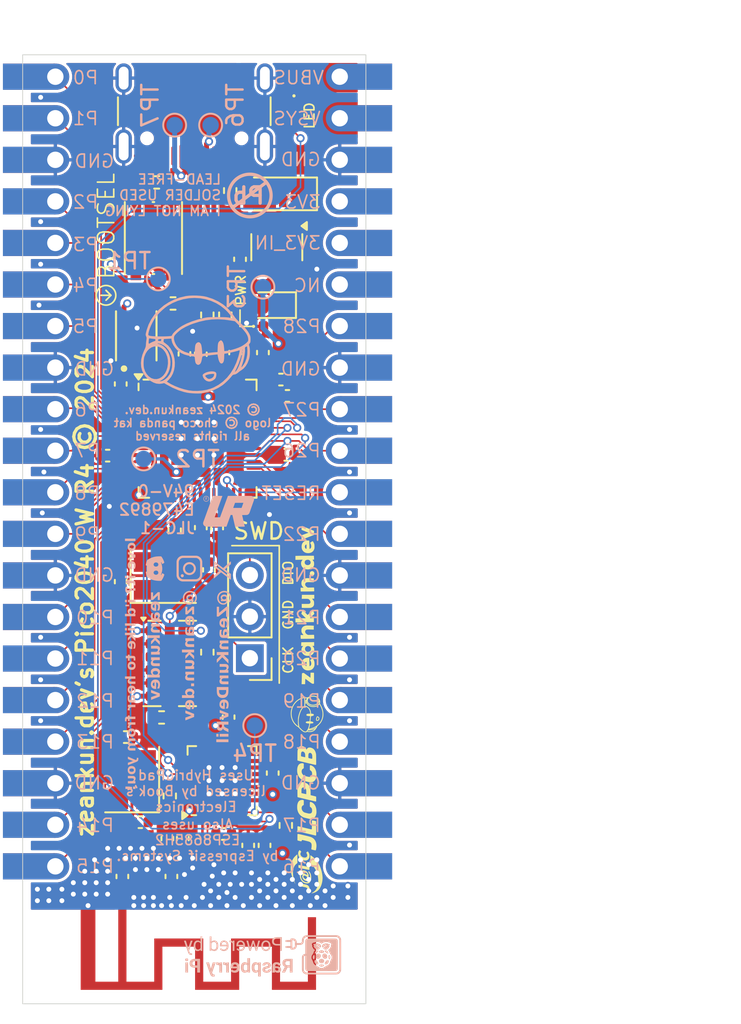
<source format=kicad_pcb>
(kicad_pcb (version 20240108) (generator "pcbnew") (generator_version "8.0")
  (layers (0 "F.Cu" signal) (1 "In1.Cu" signal) (2 "In2.Cu" signal) (31 "B.Cu" signal) (34 "B.Paste" user) (35 "F.Paste" user) (36 "B.SilkS" user "B.Silkscreen") (37 "F.SilkS" user "F.Silkscreen") (38 "B.Mask" user) (39 "F.Mask" user) (44 "Edge.Cuts" user))
  (net 0 "")
  (net 1 "Net-(AE1-Pad1)")
  (net 2 "GND")
  (net 3 "Net-(C1-Pad1)")
  (net 4 "+3V3")
  (net 5 "/ESP_XOUT")
  (net 6 "Net-(C5-Pad1)")
  (net 7 "/RF_ANT")
  (net 8 "Net-(C12-Pad1)")
  (net 9 "Net-(U2-XOUT)")
  (net 10 "+1V1")
  (net 11 "Net-(U4-BP)")
  (net 12 "Net-(D1-A)")
  (net 13 "VSYS")
  (net 14 "VBUS")
  (net 15 "/USB_DM")
  (net 16 "/USB_DP")
  (net 17 "Net-(J1-CC1)")
  (net 18 "Net-(J1-CC2)")
  (net 21 "/P7")
  (net 22 "/P14")
  (net 23 "/P5")
  (net 24 "/P3")
  (net 25 "/P1")
  (net 26 "/P10")
  (net 27 "/P4")
  (net 28 "/P2")
  (net 29 "/P12")
  (net 30 "/P0")
  (net 31 "/P15")
  (net 32 "/P9")
  (net 33 "/P11")
  (net 34 "/P6")
  (net 35 "/P13")
  (net 36 "/P8")
  (net 37 "/P26")
  (net 38 "/P21")
  (net 39 "/GYRO_SDA")
  (net 40 "/P27")
  (net 41 "/P16")
  (net 42 "/P19")
  (net 44 "/P28")
  (net 46 "/RESET")
  (net 48 "/P18")
  (net 49 "/P17")
  (net 50 "/P20")
  (net 51 "/DEBUG_CLK")
  (net 52 "/DEBUG_DIO")
  (net 53 "/ESP_XIN")
  (net 54 "Net-(U2-USB_DP)")
  (net 55 "Net-(U2-USB_DM)")
  (net 56 "Net-(R5-Pad1)")
  (net 57 "/QSPI_SS")
  (net 58 "Net-(U2-XIN)")
  (net 60 "/ESP_RX")
  (net 61 "/ESP_TX")
  (net 63 "Net-(U5-SDO{slash}ADDR)")
  (net 64 "/QSPI_D1")
  (net 65 "/QSPI_D3")
  (net 66 "/QSPI_D0")
  (net 68 "/QSPI_D2")
  (net 69 "/QSPI_CLK")
  (net 70 "Net-(U5-~{CS})")
  (net 71 "/GYRO_SCL")
  (net 77 "/ESP_BOOT")
  (footprint "Diode_SMD:D_SOD-123F" (layer "F.Cu") (at 75.8 38.5 180)
    (property "Reference" "D2" (hide yes))
    (property "Value" "MBR120VLSFT1G")
  )
  (footprint "Capacitor_SMD:C_0402_1005Metric" (layer "F.Cu") (at 71.9 58.9 -90)
    (property "Reference" "C15" (hide yes))
    (property "Value" "100nF")
  )
  (footprint "Connector_PinHeader_2.54mm:PinHeader_1x03_P2.54mm_Vertical" (layer "F.Cu") (at 73.9 66.88 180)
    (property "Reference" "J4" (hide yes))
    (property "Value" "Conn_01x03")
  )
  (footprint "Capacitor_SMD:C_0402_1005Metric" (layer "F.Cu") (at 74.7 48.2 90)
    (property "Reference" "C17" (hide yes))
    (property "Value" "1uF")
  )
  (footprint "Resistor_SMD:R_0402_1005Metric" (layer "F.Cu") (at 76.1 77.1 -90)
    (property "Reference" "R2" (hide yes))
    (property "Value" "10k")
  )
  (footprint "Capacitor_SMD:C_0402_1005Metric" (layer "F.Cu") (at 70.9 58.9 -90)
    (property "Reference" "C21" (hide yes))
    (property "Value" "100nF")
  )
  (footprint "Resistor_SMD:R_0402_1005Metric" (layer "F.Cu") (at 71.3 45.9 -90)
    (property "Reference" "R3" (hide yes))
    (property "Value" "200")
  )
  (footprint "8-USON:8-USON-2X3" (layer "F.Cu") (at 66.95 47.13 90)
    (property "Reference" "U3" (hide yes))
    (property "Value" "GD25Q16CEIGR")
  )
  (footprint "Resistor_SMD:R_0402_1005Metric" (layer "F.Cu") (at 72.7 38.3 -90)
    (property "Reference" "R7" (hide yes))
    (property "Value" "5.1k")
  )
  (footprint "LED_SMD:LED_0402_1005Metric" (layer "F.Cu") (at 75.215 46.6)
    (property "Reference" "D3" (hide yes))
    (property "Value" "BLUE")
  )
  (footprint "Capacitor_SMD:C_0402_1005Metric" (layer "F.Cu") (at 71.4 61.48 -90)
    (property "Reference" "C13" (hide yes))
    (property "Value" "24pF")
  )
  (footprint "Capacitor_SMD:C_0402_1005Metric" (layer "F.Cu") (at 65.2 54.5 180)
    (property "Reference" "C20" (hide yes))
    (property "Value" "100nF")
  )
  (footprint "Package_LGA:LGA-14_3x5mm_P0.8mm_LayoutBorder1x6y" (layer "F.Cu") (at 69 67.2)
    (property "Reference" "U5" (hide yes))
    (property "Value" "ADXL343")
  )
  (footprint "LOGO" (layer "F.Cu") (at 77.4 65.1 90)
    (property "Reference" "G***" (hide yes))
    (property "Value" "LOGO" (hide yes))
  )
  (footprint "Resistor_SMD:R_0402_1005Metric" (layer "F.Cu") (at 68.2 37.8 180)
    (property "Reference" "R8" (hide yes))
    (property "Value" "5.1k")
  )
  (footprint "Resistor_SMD:R_0402_1005Metric" (layer "F.Cu") (at 72.4 45.9 -90)
    (property "Reference" "R4" (hide yes))
    (property "Value" "200")
  )
  (footprint "Capacitor_SMD:C_0402_1005Metric" (layer "F.Cu") (at 68.85 77.9025 -90)
    (property "Reference" "C8" (hide yes))
    (property "Value" "10nF")
  )
  (footprint "Capacitor_SMD:C_0402_1005Metric" (layer "F.Cu") (at 66.1 80.22 90)
    (property "Reference" "C10" (hide yes))
    (property "Value" "3.3pF")
  )
  (footprint "Inductor_SMD:L_0402_1005Metric" (layer "F.Cu") (at 67.59 80.7)
    (property "Reference" "L2" (hide yes))
    (property "Value" "2.2nH")
  )
  (footprint "SMD-TH-Connector:Conn_01x20_2.54mm" (layer "F.Cu") (at 62 54.2)
    (property "Reference" "J2" (hide yes))
    (property "Value" "Conn_01x20")
  )
  (footprint "Resistor_SMD:R_0402_1005Metric" (layer "F.Cu") (at 69 75.3 -90)
    (property "Reference" "R1" (hide yes))
    (property "Value" "20")
  )
  (footprint "Capacitor_SMD:C_0402_1005Metric" (layer "F.Cu") (at 66 62.2 90)
    (property "Reference" "C12" (hide yes))
    (property "Value" "24pF")
  )
  (footprint "Capacitor_SMD:C_0402_1005Metric" (layer "F.Cu") (at 66.3 71.7)
    (property "Reference" "C4" (hide yes))
    (property "Value" "30pF")
  )
  (footprint "Capacitor_SMD:C_0402_1005Metric" (layer "F.Cu") (at 75.3 73.9 90)
    (property "Reference" "C6" (hide yes))
    (property "Value" "0.1uF")
  )
  (footprint "Capacitor_SMD:C_0402_1005Metric" (layer "F.Cu") (at 74.8 78.32 90)
    (property "Reference" "C3" (hide yes))
    (property "Value" "10uF")
  )
  (footprint "Resistor_SMD:R_0402_1005Metric" (layer "F.Cu") (at 71.3 66.51 90)
    (property "Reference" "R9" (hide yes))
    (property "Value" "10k")
  )
  (footprint "Capacitor_SMD:C_0402_1005Metric" (layer "F.Cu") (at 70.9 48.3 90)
    (property "Reference" "C18" (hide yes))
    (property "Value" "100nF")
  )
  (footprint "Capacitor_SMD:C_0402_1005Metric" (layer "F.Cu") (at 72.6 70.48 90)
    (property "Reference" "C9" (hide yes))
    (property "Value" "0.1uF")
  )
  (footprint "Connector_USB:USB_C_Receptacle_GCT_USB4105-xx-A_16P_TopMnt_Horizontal" (layer "F.Cu") (at 70.5 32.5 180)
    (property "Reference" "J1" (hide yes))
    (property "Value" "USB_C_Receptacle_USB2.0_16P")
  )
  (footprint "LED_SMD:LED_0402_1005Metric" (layer "F.Cu") (at 76.6 33.6 -90)
    (property "Reference" "D1" (hide yes))
    (property "Value" "GREEN")
  )
  (footprint "Resistor_SMD:R_0402_1005Metric" (layer "F.Cu") (at 69.2 45.2 180)
    (property "Reference" "R5" (hide yes))
    (property "Value" "1k")
  )
  (footprint "Capacitor_SMD:C_0402_1005Metric" (layer "F.Cu") (at 73 48.2 90)
    (property "Reference" "C16" (hide yes))
    (property "Value" "1uF")
  )
  (footprint "Package_DFN_QFN:QFN-28-1EP_4x4mm_P0.4mm_EP2.4x2.4mm" (layer "F.Cu") (at 72.2 74.3625 90)
    (property "Reference" "U1" (hide yes))
    (property "Value" "ESP8685H2")
  )
  (footprint "Inductor_SMD:L_0402_1005Metric" (layer "F.Cu") (at 72.315 78.72 180)
    (property "Reference" "L1" (hide yes))
    (property "Value" "2nH")
  )
  (footprint "Resistor_SMD:R_0402_1005Metric" (layer "F.Cu") (at 69.3 59.1 -90)
    (property "Reference" "R6" (hide yes))
    (property "Value" "50")
  )
  (footprint "Package_DFN_QFN:QFN-56-1EP_7x7mm_P0.4mm_EP3.2x3.2mm" (layer "F.Cu") (at 70.7 53.4625)
    (property "Reference" "U2" (hide yes))
    (property "Value" "RP2040")
  )
  (footprint "Capacitor_SMD:C_0402_1005Metric" (layer "F.Cu") (at 69.1 80.22 90)
    (property "Reference" "C11" (hide yes))
    (property "Value" "3.3pF")
  )
  (footprint "Resistor_SMD:R_0402_1005Metric" (layer "F.Cu") (at 68.5 70.5)
    (property "Reference" "R10" (hide yes))
    (property "Value" "10k")
  )
  (footprint "Capacitor_SMD:C_0402_1005Metric" (layer "F.Cu") (at 73.3 42.5 90)
    (property "Reference" "C26" (hide yes))
    (property "Value" "470pF")
  )
  (footprint "RF_Antenna:Texas_SWRA117D_2.4GHz_Left" (layer "F.Cu") (at 66.1 82 180)
    (property "Reference" "AE1" (hide yes))
    (property "Value" "Antenna_Dipole")
  )
  (footprint "Capacitor_SMD:C_0402_1005Metric" (layer "F.Cu") (at 66 50.12 90)
    (property "Reference" "C19" (hide yes))
    (property "Value" "100nF")
  )
  (footprint "Capacitor_SMD:C_0402_1005Metric" (layer "F.Cu") (at 76.12 54.45)
    (property "Reference" "C24" (hide yes))
    (property "Value" "100nF")
  )
  (footprint "Capacitor_SMD:C_0402_1005Metric" (layer "F.Cu") (at 73.8 78.32 90)
    (property "Reference" "C2" (hide yes))
    (property "Value" "0.1uF")
  )
  (footprint "Capacitor_SMD:C_0402_1005Metric" (layer "F.Cu") (at 69.8 77.9 -90)
    (property "Reference" "C7" (hide yes))
    (property "Value" "1uF")
  )
  (footprint "Capacitor_SMD:C_0402_1005Metric" (layer "F.Cu") (at 69.9 48.28 90)
    (property "Reference" "C14" (hide yes))
    (property "Value" "100nF")
  )
  (footprint "Capacitor_SMD:C_0402_1005Metric" (layer "F.Cu") (at 75.8 49.85)
    (property "Reference" "C22" (hide yes))
    (property "Value" "100nF")
  )
  (footprint "Package_TO_SOT_SMD:SOT-23-5" (layer "F.Cu") (at 75.55 41.7625 -90)
    (property "Reference" "U4" (hide yes))
    (property "Value" "MIC5205-3.3YM5")
  )
  (footprint "Button_Switch_SMD:SW_Push_1P1T_NO_Vertical_Wuerth_434133025816" (layer "F.Cu") (at 68 41.2 -90)
    (property "Reference" "SW1" (hide yes))
    (property "Value" "434133025816")
  )
  (footprint "Capacitor_SMD:C_0402_1005Metric" (layer "F.Cu") (at 72.3 77.62)
    (property "Reference" "C1" (hide yes))
    (property "Value" "0.1uF")
  )
  (footprint "Crystal:Crystal_SMD_3225-4Pin_3.2x2.5mm" (layer "F.Cu") (at 66.7 74.3 90)
    (property "Reference" "Y1" (hide yes))
    (property "Value" "40MHz (+=10ppm)")
  )
  (footprint "LOGO" (layer "F.Cu") (at 77.4 76.7 90)
    (property "Reference" "G***" (hide yes))
    (property "Value" "LOGO" (hide yes))
  )
  (footprint "Capacitor_Tantalum_SMD:CP_EIA-1608-08_AVX-J" (layer "F.Cu") (at 75.2125 45.3 180)
    (property "Reference" "C25" (hide yes))
    (property "Value" "2.2uF")
  )
  (footprint "Crystal:Crystal_SMD_3225-4Pin_3.2x2.5mm" (layer "F.Cu") (at 68.6 61.85)
    (property "Reference" "Y2" (hide yes))
    (property "Value" "12MHz")
  )
  (footprint "Capacitor_SMD:C_0402_1005Metric" (layer "F.Cu") (at 67.2 76.9 180)
    (property "Reference" "C5" (hide yes))
    (property "Value" "30pF")
  )
  (footprint "Capacitor_SMD:C_0402_1005Metric" (layer "F.Cu") (at 76.2 50.85)
    (property "Reference" "C23" (hide yes))
    (property "Value" "100nF")
  )
  (footprint "TestPoint:TestPoint_Pad_D1.0mm" (layer "B.Cu") (at 71.5 34.3 180)
    (property "Reference" "TP6")
    (property "Value" "DP")
  )
  (footprint "LOGO" (layer "B.Cu") (at 68.1 61.4 -90)
    (property "Reference" "G***" (hide yes))
    (property "Value" "LOGO" (hide yes))
  )
  (footprint "LOGO" (layer "B.Cu") (at 70.6 47.7 180)
    (property "Reference" "G***" (hide yes))
    (property "Value" "LOGO" (hide yes))
  )
  (footprint "LOGO" (layer "B.Cu") (at 72.2 61.5 -90)
    (property "Reference" "G***" (hide yes))
    (property "Value" "LOGO" (hide yes))
  )
  (footprint "TestPoint:TestPoint_Pad_D1.0mm" (layer "B.Cu") (at 74.2 71 180)
    (property "Reference" "TP4")
    (property "Value" "BOOT")
  )
  (footprint "TestPoint:TestPoint_Pad_D1.0mm" (layer "B.Cu") (at 69.3 34.3 180)
    (property "Reference" "TP7")
    (property "Value" "DM")
  )
  (footprint "TestPoint:TestPoint_Pad_D1.0mm" (layer "B.Cu") (at 74.7 44.2 180)
    (property "Reference" "TP3")
    (property "Value" "3V3")
  )
  (footprint "SMD-TH-Connector:Conn_01x20_2.54mm" (layer "B.Cu") (at 79.4 54.2 180)
    (property "Reference" "J3" (hide yes))
    (property "Value" "Conn_01x20")
  )
  (footprint "LOGO" (layer "B.Cu") (at 72.6 57.9 180)
    (property "Reference" "G***" (hide yes))
    (property "Value" "LOGO" (hide yes))
  )
  (footprint "TestPoint:TestPoint_Pad_D1.0mm" (layer "B.Cu") (at 68.3 43.7 180)
    (property "Reference" "TP1")
    (property "Value" "BOOTSEL")
  )
  (footprint "LOGO" (layer "B.Cu") (at 70.2 61.4 -90)
    (property "Reference" "G***" (hide yes))
    (property "Value" "LOGO" (hide yes))
  )
  (footprint "TestPoint:TestPoint_Pad_D1.0mm" (layer "B.Cu") (at 67.4 54.7 180)
    (property "Reference" "TP2")
    (property "Value" "1V1")
  )
  (footprint "LOGO" (layer "B.Cu") (at 74.5 85.3 180)
    (property "Reference" "G***" (hide yes))
    (property "Value" "LOGO" (hide yes))
  )
  (gr_circle (center 73.9 38.6) (end 75.2 38.6) (stroke (width 0.2)) (fill none) (layer "B.SilkS"))
  (gr_line (start 74.9 37.8) (end 72.9 39.3) (stroke (width 0.2)) (layer "B.SilkS"))
  (gr_line (start 75.7 60) (end 75.7 65.6) (stroke (width 0.1)) (layer "F.SilkS"))
  (gr_circle (center 65.1 44.7) (end 65.7 44.7) (stroke (width 0.1)) (fill none) (layer "F.SilkS"))
  (gr_line (start 75.7 65.6) (end 75.7 68.4) (stroke (width 0.1)) (layer "F.SilkS"))
  (gr_line (start 64.8 44.7) (end 65.4 44.7) (stroke (width 0.1)) (layer "F.SilkS"))
  (gr_line (start 74.075 46.6) (end 73.3 46.6) (stroke (width 0.1)) (layer "F.SilkS"))
  (gr_line (start 73.3 46.6) (end 73.3 45.6) (stroke (width 0.1)) (layer "F.SilkS"))
  (gr_line (start 65.1 44.4) (end 65.4 44.7) (stroke (width 0.1)) (layer "F.SilkS"))
  (gr_line (start 65.4 44.7) (end 65.1 45) (stroke (width 0.1)) (layer "F.SilkS"))
  (gr_line (start 72.8 60) (end 75.7 60) (stroke (width 0.1)) (layer "F.SilkS"))
  (gr_line (start 65.4 44.7) (end 65.1 44.4) (stroke (width 0.1)) (layer "F.SilkS"))
  (gr_rect (start 60 30) (end 81 88) (stroke (width 0.05)) (fill none) (layer "Edge.Cuts"))
  (gr_text "Pb" (at 74.9 39.2 0) (layer "B.SilkS") (effects (font (size 1 1) (thickness 0.2) (bold yes)) (justify left bottom mirror)))
  (gr_text "P16" (at 78.3 79.6 0) (layer "B.SilkS") (effects (font (size 0.8 0.8) (thickness 0.1)) (justify left mirror)))
  (gr_text "love it? i'd like to hear from you!" (at 67 59.5 90) (layer "B.SilkS") (effects (font (size 0.6 0.6) (thickness 0.15) (bold yes)) (justify left bottom mirror)))
  (gr_text "GND" (at 78.3 74.5 0) (layer "B.SilkS") (effects (font (size 0.8 0.8) (thickness 0.1)) (justify left mirror)))
  (gr_text "P2" (at 63 39 0) (layer "B.SilkS") (effects (font (size 0.8 0.8) (thickness 0.1)) (justify right mirror)))
  (gr_text "GND" (at 63.1 74.5 0) (layer "B.SilkS") (effects (font (size 0.8 0.8) (thickness 0.1)) (justify right mirror)))
  (gr_text "3V3_IN" (at 78.3 41.5 0) (layer "B.SilkS") (effects (font (size 0.8 0.8) (thickness 0.1)) (justify left mirror)))
  (gr_text "Uses HybridPad\nlicensed by Book's\nElectronics" (at 70.6 75 0) (layer "B.SilkS") (effects (font (size 0.6 0.6) (thickness 0.1)) (justify mirror)))
  (gr_text "@ZeanKunDevRil" (at 72.299999 62.7 90) (layer "B.SilkS") (effects (font (size 0.7 0.7) (thickness 0.14) (bold yes)) (justify left mirror)))
  (gr_text "GND" (at 63.1 49.2 0) (layer "B.SilkS") (effects (font (size 0.8 0.8) (thickness 0.1)) (justify right mirror)))
  (gr_text "P14" (at 63.2 77.1 0) (layer "B.SilkS") (effects (font (size 0.8 0.8) (thickness 0.1)) (justify right mirror)))
  (gr_text "P19" (at 78.3 69.5 0) (layer "B.SilkS") (effects (font (size 0.8 0.8) (thickness 0.1)) (justify left mirror)))
  (gr_text "P4" (at 63 44.1 0) (layer "B.SilkS") (effects (font (size 0.8 0.8) (thickness 0.1)) (justify right mirror)))
  (gr_text "P15" (at 63.2 79.6 0) (layer "B.SilkS") (effects (font (size 0.8 0.8) (thickness 0.1)) (justify right mirror)))
  (gr_text "P3" (at 63 41.6 0) (layer "B.SilkS") (effects (font (size 0.8 0.8) (thickness 0.1)) (justify right mirror)))
  (gr_text "94V-0\nE479892\nJLC-1" (at 70.6 57.8 0) (layer "B.SilkS") (effects (font (size 0.7 0.7) (thickness 0.12) (bold yes)) (justify left mirror)))
  (gr_text "P17" (at 78.3 77.1 0) (layer "B.SilkS") (effects (font (size 0.8 0.8) (thickness 0.1)) (justify left mirror)))
  (gr_text "P8" (at 63.1 56.8 0) (layer "B.SilkS") (effects (font (size 0.8 0.8) (thickness 0.1)) (justify right mirror)))
  (gr_text "Also uses\nESP8685H2\nby Espressif Systems." (at 70.7 78 0) (layer "B.SilkS") (effects (font (size 0.6 0.6) (thickness 0.1)) (justify mirror)))
  (gr_text "P1" (at 63 33.9 0) (layer "B.SilkS") (effects (font (size 0.8 0.8) (thickness 0.1)) (justify right mirror)))
  (gr_text "VBUS" (at 78.5 31.4 0) (layer "B.SilkS") (effects (font (size 0.8 0.8) (thickness 0.1)) (justify left mirror)))
  (gr_text "NC" (at 78.3 44.1 0) (layer "B.SilkS") (effects (font (size 0.8 0.8) (thickness 0.1)) (justify left mirror)))
  (gr_text "RESET" (at 78.3 56.8 0) (layer "B.SilkS") (effects (font (size 0.8 0.8) (thickness 0.1)) (justify left mirror)))
  (gr_text "P18" (at 78.3 72 0) (layer "B.SilkS") (effects (font (size 0.8 0.8) (thickness 0.1)) (justify left mirror)))
  (gr_text "P9" (at 63.1 59.3 0) (layer "B.SilkS") (effects (font (size 0.8 0.8) (thickness 0.1)) (justify right mirror)))
  (gr_text "P13" (at 63.2 72 0) (layer "B.SilkS") (effects (font (size 0.8 0.8) (thickness 0.1)) (justify right mirror)))
  (gr_text "3V3" (at 78.3 39 0) (layer "B.SilkS") (effects (font (size 0.8 0.8) (thickness 0.1)) (justify left mirror)))
  (gr_text "zeankundev" (at 68.1 62.8 90) (layer "B.SilkS") (effects (font (size 0.7 0.7) (thickness 0.14) (bold yes)) (justify left mirror)))
  (gr_text "P5" (at 63 46.6 0) (layer "B.SilkS") (effects (font (size 0.8 0.8) (thickness 0.1)) (justify right mirror)))
  (gr_text "P0" (at 63 31.4 0) (layer "B.SilkS") (effects (font (size 0.8 0.8) (thickness 0.1)) (justify right mirror)))
  (gr_text "P21" (at 78.3 64.4 0) (layer "B.SilkS") (effects (font (size 0.8 0.8) (thickness 0.1)) (justify left mirror)))
  (gr_text "GND" (at 78.3 49.2 0) (layer "B.SilkS") (effects (font (size 0.8 0.8) (thickness 0.1)) (justify left mirror)))
  (gr_text "©️ 2024 zeankun.dev.\nlogo ©️ choco panda kat\nall rights reserved" (at 70.4 53.6 0) (layer "B.SilkS") (effects (font (size 0.5 0.5) (thickness 0.1)) (justify bottom mirror)))
  (gr_text "P11" (at 63.2 66.9 0) (layer "B.SilkS") (effects (font (size 0.8 0.8) (thickness 0.1)) (justify right mirror)))
  (gr_text "LEAD-FREE\nSOLDER USED\nI AM NOT LYING" (at 72.2 39.9 0) (layer "B.SilkS") (effects (font (size 0.6 0.6) (thickness 0.1)) (justify left bottom mirror)))
  (gr_text "P20" (at 78.3 66.9 0) (layer "B.SilkS") (effects (font (size 0.8 0.8) (thickness 0.1)) (justify left mirror)))
  (gr_text "P27" (at 78.3 51.7 0) (layer "B.SilkS") (effects (font (size 0.8 0.8) (thickness 0.1)) (justify left mirror)))
  (gr_text "@zeankun.dev" (at 70.2 62.7 90) (layer "B.SilkS") (effects (font (size 0.7 0.7) (thickness 0.14) (bold yes)) (justify left mirror)))
  (gr_text "P12" (at 63.2 69.5 0) (layer "B.SilkS") (effects (font (size 0.8 0.8) (thickness 0.1)) (justify right mirror)))
  (gr_text "VSYS" (at 78.3 33.9 0) (layer "B.SilkS") (effects (font (size 0.8 0.8) (thickness 0.1)) (justify left mirror)))
  (gr_text "P26" (at 78.3 54.2 0) (layer "B.SilkS") (effects (font (size 0.8 0.8) (thickness 0.1)) (justify left mirror)))
  (gr_text "GND" (at 63.1 36.5 0) (layer "B.SilkS") (effects (font (size 0.8 0.8) (thickness 0.1)) (justify right mirror)))
  (gr_text "P6" (at 63.1 51.7 0) (layer "B.SilkS") (effects (font (size 0.8 0.8) (thickness 0.1)) (justify right mirror)))
  (gr_text "P10" (at 63.2 64.4 0) (layer "B.SilkS") (effects (font (size 0.8 0.8) (thickness 0.1)) (justify right mirror)))
  (gr_text "P22" (at 78.3 59.3 0) (layer "B.SilkS") (effects (font (size 0.8 0.8) (thickness 0.1)) (justify left mirror)))
  (gr_text "GND" (at 78.3 36.4 0) (layer "B.SilkS") (effects (font (size 0.8 0.8) (thickness 0.1)) (justify left mirror)))
  (gr_text "P7" (at 63.1 54.2 0) (layer "B.SilkS") (effects (font (size 0.8 0.8) (thickness 0.1)) (justify right mirror)))
  (gr_text "P28" (at 78.3 46.6 0) (layer "B.SilkS") (effects (font (size 0.8 0.8) (thickness 0.1)) (justify left mirror)))
  (gr_text "GND" (at 78.3 61.8 0) (layer "B.SilkS") (effects (font (size 0.8 0.8) (thickness 0.1)) (justify left mirror)))
  (gr_text "GND" (at 63.1 61.8 0) (layer "B.SilkS") (effects (font (size 0.8 0.8) (thickness 0.1)) (justify right mirror)))
  (gr_text "GND" (at 76.6 65.2 90) (layer "F.SilkS") (effects (font (size 0.6 0.6) (thickness 0.1)) (justify left bottom)))
  (gr_text "BOOTSEL" (at 65.7 43.8 90) (layer "F.SilkS") (effects (font (size 1 1) (thickness 0.1)) (justify left bottom)))
  (gr_text "SWD" (at 72.8 59.7 0) (layer "F.SilkS") (effects (font (size 1 1)) (justify left bottom)))
  (gr_text "PWR" (at 73.7 45.4 90) (layer "F.SilkS") (effects (font (size 0.6 0.6) (thickness 0.1)) (justify left bottom)))
  (gr_text "zeankun.dev's Pico2040 W R4 © 2024" (at 64.4 77.9 90) (layer "F.SilkS") (effects (font (size 1 1) (thickness 0.2) (bold yes)) (justify left bottom)))
  (gr_text "CLK" (at 76.6 67.9 90) (layer "F.SilkS") (effects (font (size 0.6 0.6) (thickness 0.1)) (justify left bottom)))
  (gr_text "DIO" (at 76.6 62.5 90) (layer "F.SilkS") (effects (font (size 0.6 0.6) (thickness 0.1)) (justify left bottom)))
  (gr_text "LED" (at 77.9 34.6 90) (layer "F.SilkS") (effects (font (size 0.6 0.6) (thickness 0.1)) (justify left bottom)))
  (segment (start 66.1 80.7) (end 67.105 80.7) (width 0.15) (layer "F.Cu") (net 1))
  (segment (start 66.1 82) (end 66.1 80.7) (width 0.15) (layer "F.Cu") (net 1))
  (via (at 77 81.5) (size 0.5) (drill 0.3) (layers "F.Cu" "B.Cu") (net 2))
  (via (at 78.5 81.1) (size 0.5) (drill 0.3) (layers "F.Cu" "B.Cu") (net 2))
  (via (at 61.6 81.7) (size 0.5) (drill 0.3) (layers "F.Cu" "B.Cu") (net 2))
  (via (at 73 81.5) (size 0.5) (drill 0.3) (layers "F.Cu" "B.Cu") (net 2))
  (via (at 71.5 81.1) (size 0.5) (drill 0.3) (layers "F.Cu" "B.Cu") (net 2))
  (via (at 70.7 53.4625) (size 0.5) (drill 0.3) (layers "F.Cu" "B.Cu") (net 2))
  (via (at 78.5 82) (size 0.5) (drill 0.3) (layers "F.Cu" "B.Cu") (net 2))
  (via (at 61.6 81) (size 0.5) (drill 0.3) (layers "F.Cu" "B.Cu") (net 2))
  (via (at 64.5 81.3) (size 0.5) (drill 0.3) (layers "F.Cu" "B.Cu") (net 2))
  (via (at 68 78.5) (size 0.5) (drill 0.3) (layers "F.Cu" "B.Cu") (net 2))
  (via (at 75 81.5) (size 0.5) (drill 0.3) (layers "F.Cu" "B.Cu") (net 2))
  (via (at 65.3 57.6) (size 0.5) (drill 0.3) (layers "F.Cu" "B.Cu") (net 2))
  (via (at 80 52.9) (size 0.5) (drill 0.3) (layers "F.Cu" "B.Cu") (net 2))
  (via (at 80 70.7) (size 0.5) (drill 0.3) (layers "F.Cu" "B.Cu") (net 2))
  (via (at 79 81.5) (size 0.5) (drill 0.3) (layers "F.Cu" "B.Cu") (net 2))
  (via (at 72.3 80) (size 0.5) (drill 0.3) (layers "F.Cu" "B.Cu") (net 2))
  (via (at 80 55.5) (size 0.5) (drill 0.3) (layers "F.Cu" "B.Cu") (net 2))
  (via (at 66.3 79.1) (size 0.5) (drill 0.3) (layers "F.Cu" "B.Cu") (net 2))
  (via (at 61 45.3) (size 0.5) (drill 0.3) (layers "F.Cu" "B.Cu") (net 2))
  (via (at 74.5 82) (size 0.5) (drill 0.3) (layers "F.Cu" "B.Cu") (net 2))
  (via (at 64.5 79.9) (size 0.5) (drill 0.3) (layers "F.Cu" "B.Cu") (net 2))
  (via (at 60.9 81.7) (size 0.5) (drill 0.3) (layers "F.Cu" "B.Cu") (net 2))
  (via (at 80 65.6) (size 0.5) (drill 0.3) (layers "F.Cu" "B.Cu") (net 2))
  (via (at 73 80) (size 0.5) (drill 0.3) (layers "F.Cu" "B.Cu") (net 2))
  (via (at 61.1 68.2) (size 0.5) (drill 0.3) (layers "F.Cu" "B.Cu") (net 2))
  (via (at 68 81.5) (size 0.5) (drill 0.3) (layers "F.Cu" "B.Cu") (net 2))
  (via (at 76.5 81.1) (size 0.5) (drill 0.3) (layers "F.Cu" "B.Cu") (net 2))
  (via (at 65.2 79.9) (size 0.5) (drill 0.3) (layers "F.Cu" "B.Cu") (net 2))
  (via (at 71.4 74.3625) (size 0.5) (drill 0.3) (layers "F.Cu" "B.Cu") (net 2))
  (via (at 61.1 70.7) (size 0.5) (drill 0.3) (layers "F.Cu" "B.Cu") (net 2))
  (via (at 71.7 53.4625) (size 0.5) (drill 0.3) (layers "F.Cu" "B.Cu") (net 2))
  (via (at 62.4 81.7) (size 0.5) (drill 0.3) (layers "F.Cu" "B.Cu") (net 2))
  (via (at 66.9 79.1) (size 0.5) (drill 0.3) (layers "F.Cu" "B.Cu") (net 2))
  (via (at 78 80) (size 0.5) (drill 0.3) (layers "F.Cu" "B.Cu") (net 2))
  (via (at 68 82) (size 0.5) (drill 0.3) (layers "F.Cu" "B.Cu") (net 2))
  (via (at 68.3 79.1) (size 0.5) (drill 0.3) (layers "F.Cu" "B.Cu") (net 2))
  (via (at 76 80.7) (size 0.5) (drill 0.3) (layers "F.Cu" "B.Cu") (net 2))
  (via (at 72 80.7) (size 0.5) (drill 0.3) (layers "F.Cu" "B.Cu") (net 2))
  (via (at 72.7 80.7) (size 0.5) (drill 0.3) (layers "F.Cu" "B.Cu") (net 2))
  (via (at 66.9 79.8) (size 0.5) (drill 0.3) (layers "F.Cu" "B.Cu") (net 2))
  (via (at 78 43.1) (size 0.5) (drill 0.3) (layers "F.Cu" "B.Cu") (net 2))
  (via (at 61.1 40.2) (size 0.5) (drill 0.3) (layers "F.Cu" "B.Cu") (net 2))
  (via (at 74.5 81.1) (size 0.5) (drill 0.3) (layers "F.Cu" "B.Cu") (net 2))
  (via (at 69.7 82) (size 0.5) (drill 0.3) (layers "F.Cu" "B.Cu") (net 2))
  (via (at 78 80.7) (size 0.5) (drill 0.3) (layers "F.Cu" "B.Cu") (net 2))
  (via (at 75.5 81.1) (size 0.5) (drill 0.3) (layers "F.Cu" "B.Cu") (net 2))
  (via (at 63.1 80.6) (size 0.5) (drill 0.3) (layers "F.Cu" "B.Cu") (net 2))
  (via (at 72.2 74.3625) (size 0.5) (drill 0.3) (layers "F.Cu" "B.Cu") (net 2))
  (via (at 71.6 80.2) (size 0.5) (drill 0.3) (layers "F.Cu" "B.Cu") (net 2))
  (via (at 67.4 82) (size 0.5) (drill 0.3) (layers "F.Cu" "B.Cu") (net 2))
  (via (at 73.5 82) (size 0.5) (drill 0.3) (layers "F.Cu" "B.Cu") (net 2))
  (via (at 65.2 78.5) (size 0.5) (drill 0.3) (layers "F.Cu" "B.Cu") (net 2))
  (via (at 73.4 80.7) (size 0.5) (drill 0.3) (layers "F.Cu" "B.Cu") (net 2))
  (via (at 76.5 82) (size 0.5) (drill 0.3) (layers "F.Cu" "B.Cu") (net 2))
  (via (at 70.7 52.4625) (size 0.5) (drill 0.3) (layers "F.Cu" "B.Cu") (net 2))
  (via (at 71.7 54.4625) (size 0.5) (drill 0.3) (layers "F.Cu" "B.Cu") (net 2))
  (via (at 62.4 81) (size 0.5) (drill 0.3) (layers "F.Cu" "B.Cu") (net 2))
  (via (at 67.6 79.1) (size 0.5) (drill 0.3) (layers "F.Cu" "B.Cu") (net 2))
  (via (at 65.4 48.7) (size 0.5) (drill 0.3) (layers "F.Cu" "B.Cu") (net 2))
  (via (at 69.9 80.1) (size 0.5) (drill 0.3) (layers "F.Cu" "B.Cu") (net 2))
  (via (at 72 81.5) (size 0.5) (drill 0.3) (layers "F.Cu" "B.Cu") (net 2))
  (via (at 61.1 52.9) (size 0.5) (drill 0.3) (layers "F.Cu" "B.Cu") (net 2))
  (via (at 71.7 52.4625) (size 0.5) (drill 0.3) (layers "F.Cu" "B.Cu") (net 2))
  (via (at 70 81.5) (size 0.5) (drill 0.3) (layers "F.Cu" "B.Cu") (net 2))
  (via (at 73.7 46.4) (size 0.5) (drill 0.3) (layers "F.Cu" "B.Cu") (net 2))
  (via (at 70.4 79.7) (size 0.5) (drill 0.3) (layers "F.Cu" "B.Cu") (net 2))
  (via (at 69.7 54.4625) (size 0.5) (drill 0.3) (layers "F.Cu" "B.Cu") (net 2))
  (via (at 63.1 81.3) (size 0.5) (drill 0.3) (layers "F.Cu" "B.Cu") (net 2))
  (via (at 61.3 55.5) (size 0.5) (drill 0.3) (layers "F.Cu" "B.Cu") (net 2))
  (via (at 74 81.5) (size 0.5) (drill 0.3) (layers "F.Cu" "B.Cu") (net 2))
  (via (at 77.5 81.1) (size 0.5) (drill 0.3) (layers "F.Cu" "B.Cu") (net 2))
  (via (at 78 81.5) (size 0.5) (drill 0.3) (layers "F.Cu" "B.Cu") (net 2))
  (via (at 65.2 79.2) (size 0.5) (drill 0.3) (layers "F.Cu" "B.Cu") (net 2))
  (via (at 77 79.2) (size 0.5) (drill 0.3) (layers "F.Cu" "B.Cu") (net 2))
  (via (at 80 58) (size 0.5) (drill 0.3) (layers "F.Cu" "B.Cu") (net 2))
  (via (at 71 81.5) (size 0.5) (drill 0.3) (layers "F.Cu" "B.Cu") (net 2))
  (via (at 69.6 79.1) (size 0.5) (drill 0.3) (layers "F.Cu" "B.Cu") (net 2))
  (via (at 75.5 80.4) (size 0.5) (drill 0.3) (layers "F.Cu" "B.Cu") (net 2))
  (via (at 66.8 82) (size 0.5) (drill 0.3) (layers "F.Cu" "B.Cu") (net 2))
  (via (at 67.6 79.8) (size 0.5) (drill 0.3) (layers "F.Cu" "B.Cu") (net 2))
  (via (at 61.1 65.6) (size 0.5) (drill 0.3) (layers "F.Cu" "B.Cu") (net 2))
  (via (at 73 75.1625) (size 0.5) (drill 0.3) (layers "F.Cu" "B.Cu") (net 2))
  (via (at 77.6 82) (size 0.5) (drill 0.3) (layers "F.Cu" "B.Cu") (net 2))
  (via (at 70.7 54.4625) (size 0.5) (drill 0.3) (layers "F.Cu" "B.Cu") (net 2))
  (via (at 69.7 53.4625) (size 0.5) (drill 0.3) (layers "F.Cu" "B.Cu") (net 2))
  (via (at 80 68.2) (size 0.5) (drill 0.3) (layers "F.Cu" "B.Cu") (net 2))
  (via (at 71.4 75.1625) (size 0.5) (drill 0.3) (layers "F.Cu" "B.Cu") (net 2))
  (via (at 63.8 79.9) (size 0.5) (drill 0.3) (layers "F.Cu" "B.Cu") (net 2))
  (via (at 61.1 32.6) (size 0.5) (drill 0.3) (layers "F.Cu" "B.Cu") (net 2))
  (via (at 75 80.7) (size 0.5) (drill 0.3) (layers "F.Cu" "B.Cu") (net 2))
  (via (at 66.6 78.5) (size 0.5) (drill 0.3) (layers "F.Cu" "B.Cu") (net 2))
  (via (at 70.5 82) (size 0.5) (drill 0.3) (layers "F.Cu" "B.Cu") (net 2))
  (via (at 69 81.5) (size 0.5) (drill 0.3) (layers "F.Cu" "B.Cu") (net 2))
  (via (at 67.4 81.5) (size 0.5) (drill 0.3) (layers "F.Cu" "B.Cu") (net 2))
  (via (at 63.8 81.3) (size 0.5) (drill 0.3) (layers "F.Cu" "B.Cu") (net 2))
  (via (at 79.9 81.5) (size 0.5) (drill 0.3) (layers "F.Cu" "B.Cu") (net 2))
  (via (at 67.3 78.5) (size 0.5) (drill 0.3) (layers "F.Cu" "B.Cu") (net 2))
  (via (at 79 80.8) (size 0.5) (drill 0.3) (layers "F.Cu" "B.Cu") (net 2))
  (via (at 77.5 80.4) (size 0.5) (drill 0.3) (layers "F.Cu" "B.Cu") (net 2))
  (via (at 74 80.7) (size 0.5) (drill 0.3) (layers "F.Cu" "B.Cu") (net 2))
  (via (at 71.4 73.5625) (size 0.5) (drill 0.3) (layers "F.Cu" "B.Cu") (net 2))
  (via (at 64.4 79.2) (size 0.5) (drill 0.3) (layers "F.Cu" "B.Cu") (net 2))
  (via (at 74.5 80.4) (size 0.5) (drill 0.3) (layers "F.Cu" "B.Cu") (net 2))
  (via (at 65.2 81.3) (size 0.5) (drill 0.3) (layers "F.Cu" "B.Cu") (net 2))
  (via (at 61.2 58) (size 0.5) (drill 0.3) (layers "F.Cu" "B.Cu") (net 2))
  (via (at 65.9 78.5) (size 0.5) (drill 0.3) (layers "F.Cu" "B.Cu") (net 2))
  (via (at 66.8 81.5) (size 0.5) (drill 0.3) (layers "F.Cu" "B.Cu") (net 2))
  (via (at 71.1 80.7) (size 0.5) (drill 0.3) (layers "F.Cu" "B.Cu") (net 2))
  (via (at 68.3 79.8) (size 0.5) (drill 0.3) (layers "F.Cu" "B.Cu") (net 2))
  (via (at 76.5 80.4) (size 0.5) (drill 0.3) (layers "F.Cu" "B.Cu") (net 2))
  (via (at 74 80) (size 0.5) (drill 0.3) (layers "F.Cu" "B.Cu") (net 2))
  (via (at 71.7 79.5) (size 0.5) (drill 0.3) (layers "F.Cu" "B.Cu") (net 2))
  (via (at 77 80.7) (size 0.5) (drill 0.3) (layers "F.Cu" "B.Cu") (net 2))
  (via (at 69.7 52.4625) (size 0.5) (drill 0.3) (layers "F.Cu" "B.Cu") (net 2))
  (via (at 75.5 82) (size 0.5) (drill 0.3) (layers "F.Cu" "B.Cu") (net 2))
  (via (at 75.1 58.1) (size 0.5) (drill 0.3) (layers "F.Cu" "B.Cu") (net 2))
  (via (at 76 80) (size 0.5) (drill 0.3) (layers "F.Cu" "B.Cu") (net 2))
  (via (at 70.4 46.9) (size 0.5) (drill 0.3) (layers "F.Cu" "B.Cu") (net 2))
  (via (at 72.5 81.2) (size 0.5) (drill 0.3) (layers "F.Cu" "B.Cu") (net 2))
  (via (at 80 78.3) (size 0.5) (drill 0.3) (layers "F.Cu" "B.Cu") (net 2))
  (via (at 67 46.7) (size 0.5) (drill 0.3) (layers "F.Cu" "B.Cu") (net 2))
  (via (at 79.9 80.8) (size 0.5) (drill 0.3) (layers "F.Cu" "B.Cu") (net 2))
  (via (at 63.8 80.6) (size 0.5) (drill 0.3) (layers "F.Cu" "B.Cu") (net 2))
  (via (at 75 80) (size 0.5) (drill 0.3) (layers "F.Cu" "B.Cu") (net 2))
  (via (at 64.5 80.6) (size 0.5) (drill 0.3) (layers "F.Cu" "B.Cu") (net 2))
  (via (at 73 74.3625) (size 0.5) (drill 0.3) (layers "F.Cu" "B.Cu") (net 2))
  (via (at 78 79.2) (size 0.5) (drill 0.3) (layers "F.Cu" "B.Cu") (net 2))
  (via (at 77.5 79.5) (size 0.5) (drill 0.3) (layers "F.Cu" "B.Cu") (net 2))
  (via (at 72.5 82) (size 0.5) (drill 0.3) (layers "F.Cu" "B.Cu") (net 2))
  (via (at 77 80) (size 0.5) (drill 0.3) (layers "F.Cu" "B.Cu") (net 2))
  (via (at 69.1 82) (size 0.5) (drill 0.3) (layers "F.Cu" "B.Cu") (net 2))
  (via (at 72.2 73.5625) (size 0.5) (drill 0.3) (layers "F.Cu" "B.Cu") (net 2))
  (via (at 73 73.5625) (size 0.5) (drill 0.3) (layers "F.Cu" "B.Cu") (net 2))
  (via (at 71.5 82) (size 0.5) (drill 0.3) (layers "F.Cu" "B.Cu") (net 2))
  (via (at 61.1 42.8) (size 0.5) (drill 0.3) (layers "F.Cu" "B.Cu") (net 2))
  (via (at 69 79.1) (size 0.5) (drill 0.3) (layers "F.Cu" "B.Cu") (net 2))
  (via (at 70.4 79.1) (size 0.5) (drill 0.3) (layers "F.Cu" "B.Cu") (net 2))
  (via (at 65.2 80.6) (size 0.5) (drill 0.3) (layers "F.Cu" "B.Cu") (net 2))
  (via (at 68.5 82) (size 0.5) (drill 0.3) (layers "F.Cu" "B.Cu") (net 2))
  (via (at 60.9 81) (size 0.5) (drill 0.3) (layers "F.Cu" "B.Cu") (net 2))
  (via (at 72.2 75.1625) (size 0.5) (drill 0.3) (layers "F.Cu" "B.Cu") (net 2))
  (via (at 76 81.5) (size 0.5) (drill 0.3) (layers "F.Cu" "B.Cu") (net 2))
  (segment (start 71.83 77.63) (end 71.82 77.62) (width 0.1) (layer "F.Cu") (net 3))
  (segment (start 71.8 76.3) (end 71.4 76.3) (width 0.1) (layer "F.Cu") (net 3))
  (segment (start 71.83 78.72) (end 71.83 76.33) (width 0.1) (layer "F.Cu") (net 3))
  (segment (start 71.83 76.33) (end 71.8 76.3) (width 0.1) (layer "F.Cu") (net 3))
  (segment (start 67.99 69.21) (end 68 69.2) (width 0.3) (layer "F.Cu") (net 4))
  (segment (start 76.1 78.6) (end 75.9 78.8) (width 0.3) (layer "F.Cu") (net 4))
  (segment (start 66.2 45.4) (end 66.2 45.96) (width 0.3) (layer "F.Cu") (net 4))
  (segment (start 66.4 45.2) (end 66.2 45.4) (width 0.3) (layer "F.Cu") (net 4))
  (segment (start 76.1 77.61) (end 76.1 78.6) (width 0.3) (layer "F.Cu") (net 4))
  (segment (start 68 65.2) (end 67 65.2) (width 0.3) (layer "F.Cu") (net 4))
  (segment (start 68 69.2) (end 67 69.2) (width 0.3) (layer "F.Cu") (net 4))
  (segment (start 67.99 70.5) (end 67.99 69.21) (width 0.3) (layer "F.Cu") (net 4))
  (via (at 66.4 45.2) (size 0.5) (drill 0.3) (layers "F.Cu" "B.Cu") (net 4))
  (via (at 67 65.2) (size 0.5) (drill 0.3) (layers "F.Cu" "B.Cu") (net 4))
  (via (at 75.9 78.8) (size 0.5) (drill 0.3) (layers "F.Cu" "B.Cu") (net 4))
  (via (at 75.65 47.65) (size 0.5) (drill 0.3) (layers "F.Cu" "B.Cu") (net 4))
  (via (at 71.35 50.9) (size 0.5) (drill 0.3) (layers "F.Cu" "B.Cu") (net 4))
  (via (at 67.1 56.9) (size 0.5) (drill 0.3) (layers "F.Cu" "B.Cu") (net 4))
  (via (at 70.2 76.2) (size 0.5) (drill 0.3) (layers "F.Cu" "B.Cu") (net 4))
  (via (at 67 69.2) (size 0.5) (drill 0.3) (layers "F.Cu" "B.Cu") (net 4))
  (via (at 71.8 71) (size 0.5) (drill 0.3) (layers "F.Cu" "B.Cu") (net 4))
  (via (at 75.3 75.2) (size 0.5) (drill 0.3) (layers "F.Cu" "B.Cu") (net 4))
  (segment (start 75.65 47.65) (end 74.7 46.7) (width 0.3) (layer "B.Cu") (net 4))
  (segment (start 74.7 46.7) (end 74.7 44.2) (width 0.3) (layer "B.Cu") (net 4))
  (segment (start 67 74.35) (end 65.85 73.2) (width 0.1) (layer "F.Cu") (net 5))
  (segment (start 65.82 71.7) (end 65.82 73.17) (width 0.1) (layer "F.Cu") (net 5))
  (segment (start 65.82 73.17) (end 65.85 73.2) (width 0.1) (layer "F.Cu") (net 5))
  (segment (start 70.25 74.35) (end 67 74.35) (width 0.1) (layer "F.Cu") (net 5))
  (segment (start 70.2625 74.3625) (end 70.25 74.35) (width 0.1) (layer "F.Cu") (net 5))
  (segment (start 67.68 76.9) (end 67.68 75.53) (width 0.1) (layer "F.Cu") (net 6))
  (segment (start 69 75.81) (end 67.96 75.81) (width 0.1) (layer "F.Cu") (net 6))
  (segment (start 67.68 75.53) (end 67.55 75.4) (width 0.1) (layer "F.Cu") (net 6))
  (segment (start 67.96 75.81) (end 67.55 75.4) (width 0.1) (layer "F.Cu") (net 6))
  (segment (start 70.592893 80.407107) (end 70.707107 80.292893) (width 0.15) (layer "F.Cu") (net 7))
  (segment (start 68.075 80.7) (end 69.1 80.7) (width 0.15) (layer "F.Cu") (net 7))
  (segment (start 71 79.585786) (end 71 76.3) (width 0.15) (layer "F.Cu") (net 7))
  (segment (start 69.1 80.7) (end 69.885786 80.7) (width 0.15) (layer "F.Cu") (net 7))
  (arc (start 70.592893 80.407107) (mid 70.26847 80.62388) (end 69.885786 80.7) (width 0.15) (layer "F.Cu") (net 7))
  (arc (start 70.707107 80.292893) (mid 70.92388 79.96847) (end 71 79.585786) (width 0.15) (layer "F.Cu") (net 7))
  (segment (start 69.3 59.61) (end 68.6 60.31) (width 0.1) (layer "F.Cu") (net 8))
  (segment (start 67.48 62.68) (end 67.5 62.7) (width 0.1) (layer "F.Cu") (net 8))
  (segment (start 68.1 62.7) (end 67.5 62.7) (width 0.1) (layer "F.Cu") (net 8))
  (segment (start 68.6 60.31) (end 68.6 62.2) (width 0.1) (layer "F.Cu") (net 8))
  (segment (start 68.6 62.2) (end 68.1 62.7) (width 0.1) (layer "F.Cu") (net 8))
  (segment (start 66 62.68) (end 67.48 62.68) (width 0.1) (layer "F.Cu") (net 8))
  (segment (start 70 58.4) (end 70.5 57.9) (width 0.1) (layer "F.Cu") (net 9))
  (segment (start 69.7 61) (end 70 60.7) (width 0.1) (layer "F.Cu") (net 9))
  (segment (start 70 60.7) (end 70 58.4) (width 0.1) (layer "F.Cu") (net 9))
  (segment (start 69.7 61) (end 71.4 61) (width 0.1) (layer "F.Cu") (net 9))
  (segment (start 70.5 57.9) (end 70.5 56.9) (width 0.1) (layer "F.Cu") (net 9))
  (via (at 69.4 55.5) (size 0.5) (drill 0.3) (layers "F.Cu" "B.Cu") (net 10))
  (segment (start 68.6 54.7) (end 67.4 54.7) (width 0.2) (layer "B.Cu") (net 10))
  (segment (start 69.4 55.5) (end 68.6 54.7) (width 0.2) (layer "B.Cu") (net 10))
  (segment (start 73.3 42.98) (end 74.52 42.98) (width 0.1) (layer "F.Cu") (net 11))
  (segment (start 74.52 42.98) (end 74.6 42.9) (width 0.1) (layer "F.Cu") (net 11))
  (segment (start 77 35.1) (end 76.6 34.7) (width 0.1) (layer "F.Cu") (net 12))
  (segment (start 73 76.614754) (end 73 76.3) (width 0.1) (layer "F.Cu") (net 12))
  (segment (start 73.247746 76.8625) (end 73 76.614754) (width 0.1) (layer "F.Cu") (net 12))
  (segment (start 76.6 34.7) (end 76.6 34.085) (width 0.1) (layer "F.Cu") (net 12))
  (segment (start 74.9375 76.8625) (end 73.247746 76.8625) (width 0.1) (layer "F.Cu") (net 12))
  (segment (start 75.1 76.7) (end 74.9375 76.8625) (width 0.1) (layer "F.Cu") (net 12))
  (via (at 77 35.1) (size 0.5) (drill 0.3) (layers "F.Cu" "B.Cu") (net 12))
  (via (at 75.1 76.7) (size 0.5) (drill 0.3) (layers "F.Cu" "B.Cu") (net 12))
  (segment (start 67.9 77.3) (end 74.5 77.3) (width 0.1) (layer "B.Cu") (net 12))
  (segment (start 66.8 39.4) (end 64.6 41.6) (width 0.1) (layer "B.Cu") (net 12))
  (segment (start 74.5 77.3) (end 75.1 76.7) (width 0.1) (layer "B.Cu") (net 12))
  (segment (start 75.7 39.4) (end 66.8 39.4) (width 0.1) (layer "B.Cu") (net 12))
  (segment (start 77 38.1) (end 75.7 39.4) (width 0.1) (layer "B.Cu") (net 12))
  (segment (start 77 35.1) (end 77 38.1) (width 0.1) (layer "B.Cu") (net 12))
  (segment (start 64.6 74) (end 67.9 77.3) (width 0.1) (layer "B.Cu") (net 12))
  (segment (start 64.6 41.6) (end 64.6 74) (width 0.1) (layer "B.Cu") (net 12))
  (segment (start 71.045 37.005) (end 71.25 36.8) (width 0.3) (layer "F.Cu") (net 15))
  (segment (start 70.500001 37.005) (end 71.045 37.005) (width 0.3) (layer "F.Cu") (net 15))
  (segment (start 70.25 36.18) (end 70.25 36.754999) (width 0.3) (layer "F.Cu") (net 15))
  (segment (start 72.4 41.49) (end 71.7 40.79) (width 0.3) (layer "F.Cu") (net 15))
  (segment (start 71.7 40.79) (end 71.7 37.6) (width 0.3) (layer "F.Cu") (net 15))
  (segment (start 71.25 36.8) (end 71.25 36.18) (width 0.3) (layer "F.Cu") (net 15))
  (segment (start 71.25 36.18) (end 71.25 35.45) (width 0.3) (layer "F.Cu") (net 15))
  (segment (start 71.7 37.6) (end 71.25 37.15) (width 0.3) (layer "F.Cu") (net 15))
  (segment (start 70.25 36.754999) (end 70.500001 37.005) (width 0.3) (layer "F.Cu") (net 15))
  (segment (start 71.25 37.15) (end 71.25 36.18) (width 0.3) (layer "F.Cu") (net 15))
  (segment (start 71.25 35.45) (end 71.4 35.3) (width 0.3) (layer "F.Cu") (net 15))
  (segment (start 72.4 45.39) (end 72.4 41.49) (width 0.3) (layer "F.Cu") (net 15))
  (via (at 71.4 35.3) (size 0.5) (drill 0.3) (layers "F.Cu" "B.Cu") (net 15))
  (segment (start 71.4 35.3) (end 71.4 34.4) (width 0.3) (layer "B.Cu") (net 15))
  (segment (start 71.4 34.4) (end 71.5 34.3) (width 0.3) (layer "B.Cu") (net 15))
  (segment (start 70.055001 35.3) (end 70.444999 35.3) (width 0.3) (layer "F.Cu") (net 16))
  (segment (start 70.462158 37.532843) (end 70.014658 37.085342) (width 0.3) (layer "F.Cu") (net 16))
  (segment (start 69.75 36.18) (end 69.75 35.605001) (width 0.3) (layer "F.Cu") (net 16))
  (segment (start 71.3 45.39) (end 71.3 37.765686) (width 0.3) (layer "F.Cu") (net 16))
  (segment (start 69.75 35.605001) (end 70.055001 35.3) (width 0.3) (layer "F.Cu") (net 16))
  (segment (start 71.3 37.765686) (end 71.067157 37.532843) (width 0.3) (layer "F.Cu") (net 16))
  (segment (start 70.014658 37.085342) (end 69.75 36.820685) (width 0.3) (layer "F.Cu") (net 16))
  (segment (start 71.067157 37.532843) (end 70.462158 37.532843) (width 0.3) (layer "F.Cu") (net 16))
  (segment (start 70.444999 35.3) (end 70.75 35.605001) (width 0.3) (layer "F.Cu") (net 16))
  (segment (start 70.75 35.605001) (end 70.75 36.18) (width 0.3) (layer "F.Cu") (net 16))
  (segment (start 70.014658 37.085342) (end 69.7 37.4) (width 0.3) (layer "F.Cu") (net 16))
  (segment (start 69.75 36.820685) (end 69.75 36.18) (width 0.3) (layer "F.Cu") (net 16))
  (via (at 69.7 37.4) (size 0.5) (drill 0.3) (layers "F.Cu" "B.Cu") (net 16))
  (segment (start 69.7 37.4) (end 69.3 37) (width 0.3) (layer "B.Cu") (net 16))
  (segment (start 69.3 37) (end 69.3 34.3) (width 0.3) (layer "B.Cu") (net 16))
  (segment (start 71.75 36.84) (end 72.7 37.79) (width 0.1) (layer "F.Cu") (net 17))
  (segment (start 71.75 36.18) (end 71.75 36.84) (width 0.1) (layer "F.Cu") (net 17))
  (segment (start 68.8 36.23) (end 68.75 36.18) (width 0.1) (layer "F.Cu") (net 18))
  (segment (start 68.8 37.69) (end 68.8 36.23) (width 0.1) (layer "F.Cu") (net 18))
  (segment (start 67.2625 54.0625) (end 66.413973 54.0625) (width 0.1) (layer "F.Cu") (net 21))
  (segment (start 63.9 53.3) (end 63 54.2) (width 0.1) (layer "F.Cu") (net 21))
  (segment (start 63 54.2) (end 62 54.2) (width 0.1) (layer "F.Cu") (net 21))
  (segment (start 65.651473 53.3) (end 63.9 53.3) (width 0.1) (layer "F.Cu") (net 21))
  (segment (start 66.413973 54.0625) (end 65.651473 53.3) (width 0.1) (layer "F.Cu") (net 21))
  (segment (start 68.265686 58) (end 66.6 58) (width 0.1) (layer "F.Cu") (net 22))
  (segment (start 66.6 58) (end 64.8 59.8) (width 0.1) (layer "F.Cu") (net 22))
  (segment (start 64.8 70.573503) (end 63.4 71.973503) (width 0.1) (layer "F.Cu") (net 22))
  (segment (start 68.9 56.9) (end 68.9 57.365686) (width 0.1) (layer "F.Cu") (net 22))
  (segment (start 63.4 75.66) (end 62 77.06) (width 0.1) (layer "F.Cu") (net 22))
  (segment (start 63.4 71.973503) (end 63.4 75.66) (width 0.1) (layer "F.Cu") (net 22))
  (segment (start 68.9 57.365686) (end 68.265686 58) (width 0.1) (layer "F.Cu") (net 22))
  (segment (start 64.8 59.8) (end 64.8 70.573503) (width 0.1) (layer "F.Cu") (net 22))
  (segment (start 66.179657 53.2625) (end 67.2625 53.2625) (width 0.1) (layer "F.Cu") (net 23))
  (segment (start 63.7 46.9) (end 63.7 50.782843) (width 0.1) (layer "F.Cu") (net 23))
  (segment (start 62 46.58) (end 63.38 46.58) (width 0.1) (layer "F.Cu") (net 23))
  (segment (start 63.38 46.58) (end 63.7 46.9) (width 0.1) (layer "F.Cu") (net 23))
  (segment (start 63.7 50.782843) (end 66.179657 53.2625) (width 0.1) (layer "F.Cu") (net 23))
  (segment (start 64.2 50.648529) (end 66.013971 52.4625) (width 0.1) (layer "F.Cu") (net 24))
  (segment (start 62 41.5) (end 63.6 41.5) (width 0.1) (layer "F.Cu") (net 24))
  (segment (start 63.6 41.5) (end 64.2 42.1) (width 0.1) (layer "F.Cu") (net 24))
  (segment (start 66.013971 52.4625) (end 67.2625 52.4625) (width 0.1) (layer "F.Cu") (net 24))
  (segment (start 64.2 42.1) (end 64.2 50.648529) (width 0.1) (layer "F.Cu") (net 24))
  (segment (start 65.779657 51.6625) (end 67.2625 51.6625) (width 0.1) (layer "F.Cu") (net 25))
  (segment (start 62 33.88) (end 62.05 33.88) (width 0.1) (layer "F.Cu") (net 25))
  (segment (start 64.6 50.482843) (end 65.779657 51.6625) (width 0.1) (layer "F.Cu") (net 25))
  (segment (start 62.05 33.88) (end 64.6 36.43) (width 0.1) (layer "F.Cu") (net 25))
  (segment (start 64.6 36.43) (end 64.6 50.482843) (width 0.1) (layer "F.Cu") (net 25))
  (segment (start 64 62.36) (end 62 64.36) (width 0.1) (layer "F.Cu") (net 26))
  (segment (start 67.2625 55.6625) (end 65.9375 55.6625) (width 0.1) (layer "F.Cu") (net 26))
  (segment (start 65.9375 55.6625) (end 64 57.6) (width 0.1) (layer "F.Cu") (net 26))
  (segment (start 64 57.6) (end 64 62.36) (width 0.1) (layer "F.Cu") (net 26))
  (segment (start 64 44.7) (end 63.34 44.04) (width 0.1) (layer "F.Cu") (net 27))
  (segment (start 64 50.8) (end 64 44.7) (width 0.1) (layer "F.Cu") (net 27))
  (segment (start 63.34 44.04) (end 62 44.04) (width 0.1) (layer "F.Cu") (net 27))
  (segment (start 67.2625 52.8625) (end 66.0625 52.8625) (width 0.1) (layer "F.Cu") (net 27))
  (segment (start 66.0625 52.8625) (end 64 50.8) (width 0.1) (layer "F.Cu") (net 27))
  (segment (start 64.4 41.36) (end 62 38.96) (width 0.1) (layer "F.Cu") (net 28))
  (segment (start 64.4 50.565686) (end 64.4 41.36) (width 0.1) (layer "F.Cu") (net 28))
  (segment (start 67.2625 52.0625) (end 65.896814 52.0625) (width 0.1) (layer "F.Cu") (net 28))
  (segment (start 65.896814 52.0625) (end 64.4 50.565686) (width 0.1) (layer "F.Cu") (net 28))
  (segment (start 64.4 67.04) (end 62 69.44) (width 0.1) (layer "F.Cu") (net 29))
  (segment (start 67.9 57.6) (end 66.4 57.6) (width 0.1) (layer "F.Cu") (net 29))
  (segment (start 68.1 57.4) (end 67.9 57.6) (width 0.1) (layer "F.Cu") (net 29))
  (segment (start 68.1 56.9) (end 68.1 57.4) (width 0.1) (layer "F.Cu") (net 29))
  (segment (start 64.4 59.6) (end 64.4 67.04) (width 0.1) (layer "F.Cu") (net 29))
  (segment (start 66.4 57.6) (end 64.4 59.6) (width 0.1) (layer "F.Cu") (net 29))
  (segment (start 64.8 34.14) (end 62 31.34) (width 0.1) (layer "F.Cu") (net 30))
  (segment (start 64.8 50.4) (end 64.8 34.14) (width 0.1) (layer "F.Cu") (net 30))
  (segment (start 65.6625 51.2625) (end 64.8 50.4) (width 0.1) (layer "F.Cu") (net 30))
  (segment (start 67.2625 51.2625) (end 65.6625 51.2625) (width 0.1) (layer "F.Cu") (net 30))
  (segment (start 69.3 57.248529) (end 69.3 56.9) (width 0.1) (layer "F.Cu") (net 31))
  (segment (start 63.6 72.1) (end 65 70.7) (width 0.1) (layer "F.Cu") (net 31))
  (segment (start 66.682842 58.2) (end 68.348529 58.2) (width 0.1) (layer "F.Cu") (net 31))
  (segment (start 68.348529 58.2) (end 69.3 57.248529) (width 0.1) (layer "F.Cu") (net 31))
  (segment (start 65 70.7) (end 65 59.882842) (width 0.1) (layer "F.Cu") (net 31))
  (segment (start 62 79.6) (end 63.6 78) (width 0.1) (layer "F.Cu") (net 31))
  (segment (start 63.6 78) (end 63.6 72.1) (width 0.1) (layer "F.Cu") (net 31))
  (segment (start 65 59.882842) (end 66.682842 58.2) (width 0.1) (layer "F.Cu") (net 31))
  (segment (start 63.8 58.6) (end 63.12 59.28) (width 0.1) (layer "F.Cu") (net 32))
  (segment (start 63.8 57.517157) (end 63.8 58.6) (width 0.1) (layer "F.Cu") (net 32))
  (segment (start 67.2625 55.2625) (end 66.054657 55.2625) (width 0.1) (layer "F.Cu") (net 32))
  (segment (start 63.12 59.28) (end 62 59.28) (width 0.1) (layer "F.Cu") (net 32))
  (segment (start 66.054657 55.2625) (end 63.8 57.517157) (width 0.1) (layer "F.Cu") (net 32))
  (segment (start 65.8375 56.0625) (end 64.2 57.7) (width 0.1) (layer "F.Cu") (net 33))
  (segment (start 67.2625 56.0625) (end 65.8375 56.0625) (width 0.1) (layer "F.Cu") (net 33))
  (segment (start 64.2 64.7) (end 62 66.9) (width 0.1) (layer "F.Cu") (net 33))
  (segment (start 64.2 57.7) (end 64.2 64.7) (width 0.1) (layer "F.Cu") (net 33))
  (segment (start 66.296815 53.6625) (end 64.234315 51.6) (width 0.1) (layer "F.Cu") (net 34))
  (segment (start 64.234315 51.6) (end 62.06 51.6) (width 0.1) (layer "F.Cu") (net 34))
  (segment (start 62.06 51.6) (end 62 51.66) (width 0.1) (layer "F.Cu") (net 34))
  (segment (start 67.2625 53.6625) (end 66.296815 53.6625) (width 0.1) (layer "F.Cu") (net 34))
  (segment (start 64.6 59.7) (end 66.5 57.8) (width 0.1) (layer "F.Cu") (net 35))
  (segment (start 62 71.98) (end 64.6 69.38) (width 0.1) (layer "F.Cu") (net 35))
  (segment (start 64.6 69.38) (end 64.6 59.7) (width 0.1) (layer "F.Cu") (net 35))
  (segment (start 68.5 57.282843) (end 68.5 56.9) (width 0.1) (layer "F.Cu") (net 35))
  (segment (start 66.5 57.8) (end 67.982843 57.8) (width 0.1) (layer "F.Cu") (net 35))
  (segment (start 67.982843 57.8) (end 68.5 57.282843) (width 0.1) (layer "F.Cu") (net 35))
  (segment (start 66.13125 54.8625) (end 65.69375 55.3) (width 0.1) (layer "F.Cu") (net 36))
  (segment (start 63.44 55.3) (end 62 56.74) (width 0.1) (layer "F.Cu") (net 36))
  (segment (start 65.69375 55.3) (end 63.44 55.3) (width 0.1) (layer "F.Cu") (net 36))
  (segment (start 67.2625 54.8625) (end 66.13125 54.8625) (width 0.1) (layer "F.Cu") (net 36))
  (segment (start 74.926474 52.4625) (end 75.188974 52.2) (width 0.1) (layer "F.Cu") (net 37))
  (segment (start 77.3 52.2) (end 78 52.9) (width 0.1) (layer "F.Cu") (net 37))
  (segment (start 78.3 54.2) (end 79.4 54.2) (width 0.1) (layer "F.Cu") (net 37))
  (segment (start 78 53.9) (end 78.3 54.2) (width 0.1) (layer "F.Cu") (net 37))
  (segment (start 75.188974 52.2) (end 77.3 52.2) (width 0.1) (layer "F.Cu") (net 37))
  (segment (start 78 52.9) (end 78 53.9) (width 0.1) (layer "F.Cu") (net 37))
  (segment (start 74.1375 52.4625) (end 74.926474 52.4625) (width 0.1) (layer "F.Cu") (net 37))
  (segment (start 74.1375 54.8625) (end 74.575 54.8625) (width 0.1) (layer "F.Cu") (net 38))
  (segment (start 76.9 61.86) (end 79.4 64.36) (width 0.1) (layer "F.Cu") (net 38))
  (segment (start 76.9 57.1875) (end 76.9 61.86) (width 0.1) (layer "F.Cu") (net 38))
  (segment (start 74.575 54.8625) (end 76.9 57.1875) (width 0.1) (layer "F.Cu") (net 38))
  (segment (start 77.6 58.3) (end 78.58 59.28) (width 0.1) (layer "F.Cu") (net 39))
  (segment (start 77.6 54.3) (end 77.6 58.3) (width 0.1) (layer "F.Cu") (net 39))
  (segment (start 76.2 53.6) (end 75.1 53.6) (width 0.1) (layer "F.Cu") (net 39))
  (segment (start 76.2 53.6) (end 76.9 53.6) (width 0.1) (layer "F.Cu") (net 39))
  (segment (start 75.1 53.6) (end 74.6375 54.0625) (width 0.1) (layer "F.Cu") (net 39))
  (segment (start 76.9 53.6) (end 77.6 54.3) (width 0.1) (layer "F.Cu") (net 39))
  (segment (start 74.6375 54.0625) (end 74.1375 54.0625) (width 0.1) (layer "F.Cu") (net 39))
  (segment (start 70 65.2) (end 70.9 65.2) (width 0.1) (layer "F.Cu") (net 39))
  (segment (start 78.58 59.28) (end 79.4 59.28) (width 0.1) (layer "F.Cu") (net 39))
  (via (at 70.9 65.2) (size 0.5) (drill 0.3) (layers "F.Cu" "B.Cu") (net 39))
  (via (at 76.2 53.6) (size 0.5) (drill 0.3) (layers "F.Cu" "B.Cu") (net 39))
  (segment (start 72.517157 55) (end 67.6 59.917157) (width 0.1) (layer "B.Cu") (net 39))
  (segment (start 68.7 65.2) (end 70.9 65.2) (width 0.1) (layer "B.Cu") (net 39))
  (segment (start 76.2 53.6) (end 74.8 55) (width 0.1) (layer "B.Cu") (net 39))
  (segment (start 67.6 59.917157) (end 67.6 64.1) (width 0.1) (layer "B.Cu") (net 39))
  (segment (start 67.6 64.1) (end 68.7 65.2) (width 0.1) (layer "B.Cu") (net 39))
  (segment (start 74.8 55) (end 72.517157 55) (width 0.1) (layer "B.Cu") (net 39))
  (segment (start 75.446131 51.66) (end 79.4 51.66) (width 0.1) (layer "F.Cu") (net 40))
  (segment (start 74.1375 52.0625) (end 75.043631 52.0625) (width 0.1) (layer "F.Cu") (net 40))
  (segment (start 75.043631 52.0625) (end 75.446131 51.66) (width 0.1) (layer "F.Cu") (net 40))
  (segment (start 77.6 75.6) (end 77.6 77.8) (width 0.1) (layer "F.Cu") (net 41))
  (segment (start 77.6 77.8) (end 79.4 79.6) (width 0.1) (layer "F.Cu") (net 41))
  (segment (start 75.9 60.382842) (end 75.9 73.9) (width 0.1) (layer "F.Cu") (net 41))
  (segment (start 75.9 73.9) (end 77.6 75.6) (width 0.1) (layer "F.Cu") (net 41))
  (segment (start 72.9 57.382842) (end 75.9 60.382842) (width 0.1) (layer "F.Cu") (net 41))
  (segment (start 72.9 56.9) (end 72.9 57.382842) (width 0.1) (layer "F.Cu") (net 41))
  (segment (start 76.5 57.703272) (end 74.459228 55.6625) (width 0.1) (layer "F.Cu") (net 42))
  (segment (start 79.4 69.44) (end 76.5 66.54) (width 0.1) (layer "F.Cu") (net 42))
  (segment (start 74.459228 55.6625) (end 74.1375 55.6625) (width 0.1) (layer "F.Cu") (net 42))
  (segment (start 76.5 66.54) (end 76.5 57.703272) (width 0.1) (layer "F.Cu") (net 42))
  (segment (start 75.363288 51.46) (end 77.2 51.46) (width 0.1) (layer "F.Cu") (net 44))
  (segment (start 77.8 47.8) (end 79.02 46.58) (width 0.1) (layer "F.Cu") (net 44))
  (segment (start 75.160789 51.6625) (end 75.246131 51.577157) (width 0.1) (layer "F.Cu") (net 44))
  (segment (start 77.2 51.46) (end 77.8 50.86) (width 0.1) (layer "F.Cu") (net 44))
  (segment (start 74.1375 51.6625) (end 75.160789 51.6625) (width 0.1) (layer "F.Cu") (net 44))
  (segment (start 77.8 50.86) (end 77.8 47.8) (width 0.1) (layer "F.Cu") (net 44))
  (segment (start 79.02 46.58) (end 79.4 46.58) (width 0.1) (layer "F.Cu") (net 44))
  (segment (start 75.246131 51.577157) (end 75.363288 51.46) (width 0.1) (layer "F.Cu") (net 44))
  (segment (start 72.5 56.9) (end 72.5 56) (width 0.1) (layer "F.Cu") (net 46))
  (via (at 72.5 56) (size 0.5) (drill 0.3) (layers "F.Cu" "B.Cu") (net 46))
  (segment (start 72.5 56) (end 73.24 56.74) (width 0.1) (layer "B.Cu") (net 46))
  (segment (start 73.24 56.74) (end 79.4 56.74) (width 0.1) (layer "B.Cu") (net 46))
  (segment (start 76.3 58.225) (end 76.3 68.88) (width 0.1) (layer "F.Cu") (net 48))
  (segment (start 74.1375 56.0625) (end 76.3 58.225) (width 0.1) (layer "F.Cu") (net 48))
  (segment (start 76.3 68.88) (end 79.4 71.98) (width 0.1) (layer "F.Cu") (net 48))
  (segment (start 76.1 73.76) (end 76.1 60.3) (width 0.1) (layer "F.Cu") (net 49))
  (segment (start 79.4 77.06) (end 76.1 73.76) (width 0.1) (layer "F.Cu") (net 49))
  (segment (start 76.1 60.3) (end 73.3 57.5) (width 0.1) (layer "F.Cu") (net 49))
  (segment (start 73.3 57.5) (end 73.3 56.9) (width 0.1) (layer "F.Cu") (net 49))
  (segment (start 76.7 57.3875) (end 76.7 64.2) (width 0.1) (layer "F.Cu") (net 50))
  (segment (start 74.1375 55.2625) (end 74.575 55.2625) (width 0.1) (layer "F.Cu") (net 50))
  (segment (start 74.575 55.2625) (end 76.7 57.3875) (width 0.1) (layer "F.Cu") (net 50))
  (segment (start 76.7 64.2) (end 79.4 66.9) (width 0.1) (layer "F.Cu") (net 50))
  (segment (start 72.8 58.595998) (end 72.8 65.78) (width 0.1) (layer "F.Cu") (net 51))
  (segment (start 71.7 56.9) (end 71.7 57.495998) (width 0.1) (layer "F.Cu") (net 51))
  (segment (start 72.8 65.78) (end 73.9 66.88) (width 0.1) (layer "F.Cu") (net 51))
  (segment (start 71.7 57.495998) (end 72.8 58.595998) (width 0.1) (layer "F.Cu") (net 51))
  (segment (start 72.1 57.3) (end 73.9 59.1) (width 0.1) (layer "F.Cu") (net 52))
  (segment (start 72.1 56.9) (end 72.1 57.3) (width 0.1) (layer "F.Cu") (net 52))
  (segment (start 73.9 59.1) (end 73.9 61.8) (width 0.1) (layer "F.Cu") (net 52))
  (segment (start 69 74.79) (end 70.235 74.79) (width 0.1) (layer "F.Cu") (net 53))
  (segment (start 70.235 74.79) (end 70.2625 74.7625) (width 0.1) (layer "F.Cu") (net 53))
  (segment (start 71.7 50.025) (end 71.7 46.81) (width 0.1) (layer "F.Cu") (net 54))
  (segment (start 71.7 46.81) (end 71.3 46.41) (width 0.1) (layer "F.Cu") (net 54))
  (segment (start 72.1 50.025) (end 72.1 46.71) (width 0.1) (layer "F.Cu") (net 55))
  (segment (start 72.1 46.71) (end 72.4 46.41) (width 0.1) (layer "F.Cu") (net 55))
  (segment (start 66.925 43.65) (end 66.925 39.525) (width 0.1) (layer "F.Cu") (net 56))
  (segment (start 69.71 45.2) (end 67.76 43.25) (width 0.1) (layer "F.Cu") (net 56))
  (segment (start 65.55 43.25) (end 66.925 43.25) (width 0.1) (layer "F.Cu") (net 56))
  (segment (start 65.4 43.1) (end 65.55 43.25) (width 0.1) (layer "F.Cu") (net 56))
  (segment (start 66.925 43.65) (end 66.885 43.69) (width 0.1) (layer "F.Cu") (net 56))
  (segment (start 67.76 43.25) (end 66.925 43.25) (width 0.1) (layer "F.Cu") (net 56))
  (segment (start 65.4 43.1) (end 65.4 42.8) (width 0.1) (layer "F.Cu") (net 56))
  (via (at 65.4 42.8) (size 0.5) (drill 0.3) (layers "F.Cu" "B.Cu") (net 56))
  (segment (start 66.3 43.7) (end 68.3 43.7) (width 0.1) (layer "B.Cu") (net 56))
  (segment (start 65.4 42.8) (end 66.3 43.7) (width 0.1) (layer "B.Cu") (net 56))
  (segment (start 66.2 48.8) (end 66.2 48.4) (width 0.1) (layer "F.Cu") (net 57))
  (segment (start 67.175 49.1) (end 66.5 49.1) (width 0.1) (layer "F.Cu") (net 57))
  (segment (start 68.1 50.025) (end 67.175 49.1) (width 0.1) (layer "F.Cu") (net 57))
  (segment (start 65.4 47.6) (end 65.4 44.71) (width 0.1) (layer "F.Cu") (net 57))
  (segment (start 66.2 48.4) (end 65.4 47.6) (width 0.1) (layer "F.Cu") (net 57))
  (segment (start 66.5 49.1) (end 66.2 48.8) (width 0.1) (layer "F.Cu") (net 57))
  (segment (start 67.89 44.4) (end 68.69 45.2) (width 0.1) (layer "F.Cu") (net 57))
  (segment (start 65.71 44.4) (end 67.89 44.4) (width 0.1) (layer "F.Cu") (net 57))
  (segment (start 65.4 44.71) (end 65.71 44.4) (width 0.1) (layer "F.Cu") (net 57))
  (segment (start 70.1 57.7) (end 70.1 56.9) (width 0.1) (layer "F.Cu") (net 58))
  (segment (start 69.3 58.5) (end 70.1 57.7) (width 0.1) (layer "F.Cu") (net 58))
  (segment (start 69.3 58.59) (end 69.3 58.5) (width 0.1) (layer "F.Cu") (net 58))
  (segment (start 70.2625 73.5625) (end 69.3625 73.5625) (width 0.1) (layer "F.Cu") (net 60))
  (segment (start 74.1375 53.2625) (end 74.692158 53.2625) (width 0.1) (layer "F.Cu") (net 60))
  (segment (start 69.3625 73.5625) (end 68.9 73.1) (width 0.1) (layer "F.Cu") (net 60))
  (segment (start 75.154658 52.8) (end 76.2 52.8) (width 0.1) (layer "F.Cu") (net 60))
  (segment (start 74.692158 53.2625) (end 75.154658 52.8) (width 0.1) (layer "F.Cu") (net 60))
  (via (at 76.2 52.8) (size 0.5) (drill 0.3) (layers "F.Cu" "B.Cu") (net 60))
  (via (at 68.9 73.1) (size 0.5) (drill 0.3) (layers "F.Cu" "B.Cu") (net 60))
  (segment (start 74.2 54.8) (end 76.2 52.8) (width 0.1) (layer "B.Cu") (net 60))
  (segment (start 67.4 71.6) (end 67.4 59.834314) (width 0.1) (layer "B.Cu") (net 60))
  (segment (start 68.9 73.1) (end 67.4 71.6) (width 0.1) (layer "B.Cu") (net 60))
  (segment (start 67.4 59.834314) (end 72.434314 54.8) (width 0.1) (layer "B.Cu") (net 60))
  (segment (start 72.434314 54.8) (end 74.2 54.8) (width 0.1) (layer "B.Cu") (net 60))
  (segment (start 68.9625 73.9625) (end 68.9 73.9) (width 0.1) (layer "F.Cu") (net 61))
  (segment (start 75.271816 52.4) (end 76.4 52.4) (width 0.1) (layer "F.Cu") (net 61))
  (segment (start 74.1375 52.8625) (end 74.809316 52.8625) (width 0.1) (layer "F.Cu") (net 61))
  (segment (start 70.2625 73.9625) (end 68.9625 73.9625) (width 0.1) (layer "F.Cu") (net 61))
  (segment (start 76.4 52.4) (end 76.8 52.8) (width 0.1) (layer "F.Cu") (net 61))
  (segment (start 74.809316 52.8625) (end 75.271816 52.4) (width 0.1) (layer "F.Cu") (net 61))
  (via (at 68.9 73.9) (size 0.5) (drill 0.3) (layers "F.Cu" "B.Cu") (net 61))
  (via (at 76.8 52.8) (size 0.5) (drill 0.3) (layers "F.Cu" "B.Cu") (net 61))
  (segment (start 75.6 52.6) (end 76 52.2) (width 0.1) (layer "B.Cu") (net 61))
  (segment (start 68.9 73.9) (end 66.6 71.6) (width 0.1) (layer "B.Cu") (net 61))
  (segment (start 66.6 60.351471) (end 72.451471 54.5) (width 0.1) (layer "B.Cu") (net 61))
  (segment (start 66.6 71.6) (end 66.6 60.351471) (width 0.1) (layer "B.Cu") (net 61))
  (segment (start 75.6 53.117158) (end 75.6 52.6) (width 0.1) (layer "B.Cu") (net 61))
  (segment (start 76.4 52.2) (end 76.8 52.6) (width 0.1) (layer "B.Cu") (net 61))
  (segment (start 74.217158 54.5) (end 75.6 53.117158) (width 0.1) (layer "B.Cu") (net 61))
  (segment (start 76.8 52.6) (end 76.8 52.8) (width 0.1) (layer "B.Cu") (net 61))
  (segment (start 72.451471 54.5) (end 74.217158 54.5) (width 0.1) (layer "B.Cu") (net 61))
  (segment (start 76 52.2) (end 76.4 52.2) (width 0.1) (layer "B.Cu") (net 61))
  (segment (start 70 66) (end 71.3 66) (width 0.1) (layer "F.Cu") (net 63))
  (segment (start 68.1125 49.2) (end 67.557843 49.2) (width 0.1) (layer "F.Cu") (net 64))
  (segment (start 67.557843 49.2) (end 67.257843 48.9) (width 0.1) (layer "F.Cu") (net 64))
  (segment (start 66.9 48.9) (end 66.7 48.7) (width 0.1) (layer "F.Cu") (net 64))
  (segment (start 68.5 50.025) (end 68.5 49.5875) (width 0.1) (layer "F.Cu") (net 64))
  (segment (start 67.257843 48.9) (end 66.9 48.9) (width 0.1) (layer "F.Cu") (net 64))
  (segment (start 66.7 48.7) (end 66.7 48.4) (width 0.1) (layer "F.Cu") (net 64))
  (segment (start 68.5 49.5875) (end 68.1125 49.2) (width 0.1) (layer "F.Cu") (net 64))
  (segment (start 68.8 46.152839) (end 68.012161 45.365) (width 0.1) (layer "F.Cu") (net 65))
  (segment (start 66.7 45.835682) (end 66.7 45.96) (width 0.1) (layer "F.Cu") (net 65))
  (segment (start 68.8 48.617158) (end 68.8 46.152839) (width 0.1) (layer "F.Cu") (net 65))
  (segment (start 67.170682 45.365) (end 66.7 45.835682) (width 0.1) (layer "F.Cu") (net 65))
  (segment (start 69.7125 49.2) (end 69.382842 49.2) (width 0.1) (layer "F.Cu") (net 65))
  (segment (start 70.1 49.5875) (end 69.7125 49.2) (width 0.1) (layer "F.Cu") (net 65))
  (segment (start 69.382842 49.2) (end 68.8 48.617158) (width 0.1) (layer "F.Cu") (net 65))
  (segment (start 70.1 50.025) (end 70.1 49.5875) (width 0.1) (layer "F.Cu") (net 65))
  (segment (start 68.012161 45.365) (end 67.170682 45.365) (width 0.1) (layer "F.Cu") (net 65))
  (segment (start 69.3 49.703272) (end 68.4 48.803272) (width 0.1) (layer "F.Cu") (net 66))
  (segment (start 68.4 48.803272) (end 68.4 46.66) (width 0.1) (layer "F.Cu") (net 66))
  (segment (start 68.4 46.66) (end 67.7 45.96) (width 0.1) (layer "F.Cu") (net 66))
  (segment (start 69.3 50.025) (end 69.3 49.703272) (width 0.1) (layer "F.Cu") (net 66))
  (segment (start 67.640686 49) (end 67.2 48.559314) (width 0.1) (layer "F.Cu") (net 68))
  (segment (start 68.196728 49) (end 67.640686 49) (width 0.1) (layer "F.Cu") (net 68))
  (segment (start 68.9 50.025) (end 68.9 49.703272) (width 0.1) (layer "F.Cu") (net 68))
  (segment (start 68.9 49.703272) (end 68.196728 49) (width 0.1) (layer "F.Cu") (net 68))
  (segment (start 67.2 48.559314) (end 67.2 48.4) (width 0.1) (layer "F.Cu") (net 68))
  (segment (start 69.5125 49.4) (end 69.3 49.4) (width 0.1) (layer "F.Cu") (net 69))
  (segment (start 69.7 50.025) (end 69.7 49.5875) (width 0.1) (layer "F.Cu") (net 69))
  (segment (start 68.6 48.7) (end 68.6 46.235682) (width 0.1) (layer "F.Cu") (net 69))
  (segment (start 69.3 49.4) (end 68.6 48.7) (width 0.1) (layer "F.Cu") (net 69))
  (segment (start 67.350001 45.565) (end 67.2 45.715001) (width 0.1) (layer "F.Cu") (net 69))
  (segment (start 69.7 49.5875) (end 69.5125 49.4) (width 0.1) (layer "F.Cu") (net 69))
  (segment (start 68.6 46.235682) (end 67.929318 45.565) (width 0.1) (layer "F.Cu") (net 69))
  (segment (start 67.929318 45.565) (end 67.350001 45.565) (width 0.1) (layer "F.Cu") (net 69))
  (segment (start 67.2 45.715001) (end 67.2 45.96) (width 0.1) (layer "F.Cu") (net 69))
  (segment (start 69.01 69.21) (end 69 69.2) (width 0.1) (layer "F.Cu") (net 70))
  (segment (start 69.01 70.5) (end 69.01 69.21) (width 0.1) (layer "F.Cu") (net 70))
  (segment (start 74.1375 53.6625) (end 74.575 53.6625) (width 0.1) (layer "F.Cu") (net 71))
  (segment (start 75.0375 53.2) (end 77.065686 53.2) (width 0.1) (layer "F.Cu") (net 71))
  (segment (start 74.575 53.6625) (end 75.0375 53.2) (width 0.1) (layer "F.Cu") (net 71))
  (segment (start 69 65.2) (end 69 64.3) (width 0.1) (layer "F.Cu") (net 71))
  (segment (start 77.065686 53.2) (end 77.282843 53.417157) (width 0.1) (layer "F.Cu") (net 71))
  (via (at 69 64.3) (size 0.5) (drill 0.3) (layers "F.Cu" "B.Cu") (net 71))
  (via (at 77.282843 53.417157) (size 0.5) (drill 0.3) (layers "F.Cu" "B.Cu") (net 71))
  (segment (start 71.7 61.6) (end 71.7 56.1) (width 0.1) (layer "B.Cu") (net 71))
  (segment (start 75.8 55.2) (end 77.282843 53.717157) (width 0.1) (layer "B.Cu") (net 71))
  (segment (start 77.282843 53.717157) (end 77.282843 53.417157) (width 0.1) (layer "B.Cu") (net 71))
  (segment (start 69 64.3) (end 71.7 61.6) (width 0.1) (layer "B.Cu") (net 71))
  (segment (start 71.7 56.1) (end 72.6 55.2) (width 0.1) (layer "B.Cu") (net 71))
  (segment (start 72.6 55.2) (end 75.8 55.2) (width 0.1) (layer "B.Cu") (net 71))
  (segment (start 74.2 76.3) (end 75.81 76.3) (width 0.1) (layer "F.Cu") (net 77))
  (segment (start 73.4 76.3) (end 74.2 76.3) (width 0.1) (layer "F.Cu") (net 77))
  (segment (start 75.81 76.3) (end 76.1 76.59) (width 0.1) (layer "F.Cu") (net 77))
  (via (at 74.2 76.3) (size 0.5) (drill 0.3) (layers "F.Cu" "B.Cu") (net 77))
  (segment (start 74.2 76.3) (end 74.2 71) (width 0.1) (layer "B.Cu") (net 77))
  (zone (net 13) (net_name "VSYS") (layer "F.Cu") (priority 14) (connect_pads yes (clearance 0.18)) (min_thickness 0.1) (fill yes (thermal_gap 0.15) (thermal_bridge_width 0.2))
    (polygon (pts (xy 76 39.9) (xy 76 41.7) (xy 77.2 41.7) (xy 77.2 39.7) (xy 78.2 39.7) (xy 78.2 35.1) (xy 80.5 35.1) (xy 80.5 32.7) (xy 77.6 32.7) (xy 77.6 37.5) (xy 76.4 37.5) (xy 76.4 39.5) (xy 74 39.5) (xy 74 41.7) (xy 75 41.7) (xy 75 39.9)))
  )
  (zone (net 4) (net_name "+3V3") (layer "F.Cu") (priority 7) (connect_pads yes (clearance 0.18)) (min_thickness 0.1) (fill yes (thermal_gap 0.15) (thermal_bridge_width 0.2))
    (polygon (pts (xy 72.4 73) (xy 72.8 73) (xy 72.8 71.5) (xy 73.2 71.5) (xy 73.2 70.5) (xy 71.4 70.5) (xy 71.4 71.5) (xy 72.4 71.5)))
  )
  (zone (net 4) (net_name "+3V3") (layer "F.Cu") (priority 11) (connect_pads yes (clearance 0.18)) (min_thickness 0.1) (fill yes (thermal_gap 0.15) (thermal_bridge_width 0.2))
    (polygon (pts (xy 73.5 74.2) (xy 73.5 74.6) (xy 74.8 74.6) (xy 74.8 75.7) (xy 75.8 75.7) (xy 75.8 73.9) (xy 74.8 73.9) (xy 74.8 74.2)))
  )
  (zone (net 14) (net_name "VBUS") (layer "F.Cu") (priority 17) (connect_pads yes (clearance 0.18)) (min_thickness 0.1) (fill yes (thermal_gap 0.15) (thermal_bridge_width 0.2))
    (polygon (pts (xy 73.3 34.8) (xy 75.8 34.8) (xy 75.8 32.3) (xy 80.5 32.3) (xy 80.5 30.4) (xy 73.3 30.4)))
  )
  (zone (net 4) (net_name "+3V3") (layer "F.Cu") (priority 5) (connect_pads yes (clearance 0.18)) (min_thickness 0.1) (fill yes (thermal_gap 0.15) (thermal_bridge_width 0.2))
    (polygon (pts (xy 68.2 76.8) (xy 69.6 76.8) (xy 69.6 75) (xy 70.9 75) (xy 70.9 75.8) (xy 70.7 75.8) (xy 70.7 77.9) (xy 68.2 77.9)))
  )
  (zone (net 4) (net_name "+3V3") (layer "F.Cu") (priority 2) (connect_pads yes (clearance 0.18)) (min_thickness 0.1) (fill yes (thermal_gap 0.15) (thermal_bridge_width 0.2))
    (polygon (pts (xy 75.9 42.1) (xy 77.1 42.1) (xy 77.1 48.2) (xy 75.9 48.2) (xy 75.9 48.65) (xy 75.9 49.1) (xy 75.8 49.1) (xy 75.8 50.3) (xy 76.2 50.3) (xy 76.2 51.4) (xy 74.8 51.4) (xy 74.8 53.9) (xy 76.1 53.9) (xy 76.1 55) (xy 74.8 55) (xy 74.8 56.3) (xy 73.6 56.3) (xy 73.6 57.6) (xy 71.3 57.6) (xy 71.3 58.9) (xy 70.4 58.9) (xy 70.4 57.6) (xy 68.5 57.6) (xy 66.4 57.6) (xy 66.4 55.7) (xy 66.4 54.9) (xy 65.2 54.9) (xy 65.2 53.9) (xy 66.6 53.9) (xy 66.61 51.04) (xy 65.5 51.0375) (xy 65.5 50.1) (xy 70.7 50.1) (xy 70.7 49.15) (xy 70.25 49.15) (xy 70.25 48.3) (xy 71.5 48.3) (xy 71.5 50.6) (xy 72.7 50.6) (xy 72.7 49.4) (xy 74.1 49.4) (xy 74.1 49.075) (xy 74.1 48.2) (xy 75.3 48.2) (xy 75.3 44.5) (xy 75.9 44.5)))
  )
  (zone (net 14) (net_name "VBUS") (layer "F.Cu") (priority 16) (connect_pads yes (clearance 0.18)) (min_thickness 0.1) (fill yes (thermal_gap 0.15) (thermal_bridge_width 0.2))
    (polygon (pts (xy 73.5 39.4) (xy 75.5 39.4) (xy 75.5 37.6) (xy 74.3 37.6) (xy 74.3 37.2) (xy 73.3 37.2) (xy 73.3 33.6) (xy 67.7 33.6) (xy 67.7 37.1) (xy 68.5 37.1) (xy 68.5 35) (xy 72.5 35) (xy 72.5 37.8) (xy 73.5 37.8)))
  )
  (zone (net 4) (net_name "+3V3") (layer "F.Cu") (priority 9) (connect_pads yes (clearance 0.18)) (min_thickness 0.1) (fill yes (thermal_gap 0.15) (thermal_bridge_width 0.2))
    (polygon (pts (xy 72.3 78.2) (xy 76.5 78.2) (xy 76.5 79.4) (xy 72.3 79.4)))
  )
  (zone (net 10) (net_name "+1V1") (layer "F.Cu") (priority 2) (connect_pads yes (clearance 0.18)) (min_thickness 0.1) (fill yes (thermal_gap 0.15) (thermal_bridge_width 0.2))
    (polygon (pts (xy 73.6 48.2) (xy 73.6 49.2) (xy 72.7 49.2) (xy 72.7 51.8) (xy 69 51.8) (xy 69 55.2) (xy 71.5 55.2) (xy 71.5 57.9) (xy 72.4 57.9) (xy 72.4 58.9) (xy 71.3 58.9) (xy 71.3 57.9) (xy 71.1 57.9) (xy 71.1 55.8) (xy 68.4 55.8) (xy 68.4 51.3) (xy 70.2 51.3) (xy 70.2 49.4) (xy 69.3 49.4) (xy 69.3 48.24) (xy 70.4 48.24) (xy 70.4 49.1) (xy 70.7 49.1) (xy 70.7 51.3) (xy 72.3 51.3) (xy 72.3 48.2)))
  )
  (zone (net 2) (net_name "GND") (layers "F.Cu" "In1.Cu" "In2.Cu" "B.Cu") (connect_pads (clearance 0.18)) (min_thickness 0.1) (fill yes (thermal_gap 0.15) (thermal_bridge_width 0.2))
    (polygon (pts (xy 59 28) (xy 82 28) (xy 82 82.25) (xy 59 82.25)))
  )
)
</source>
